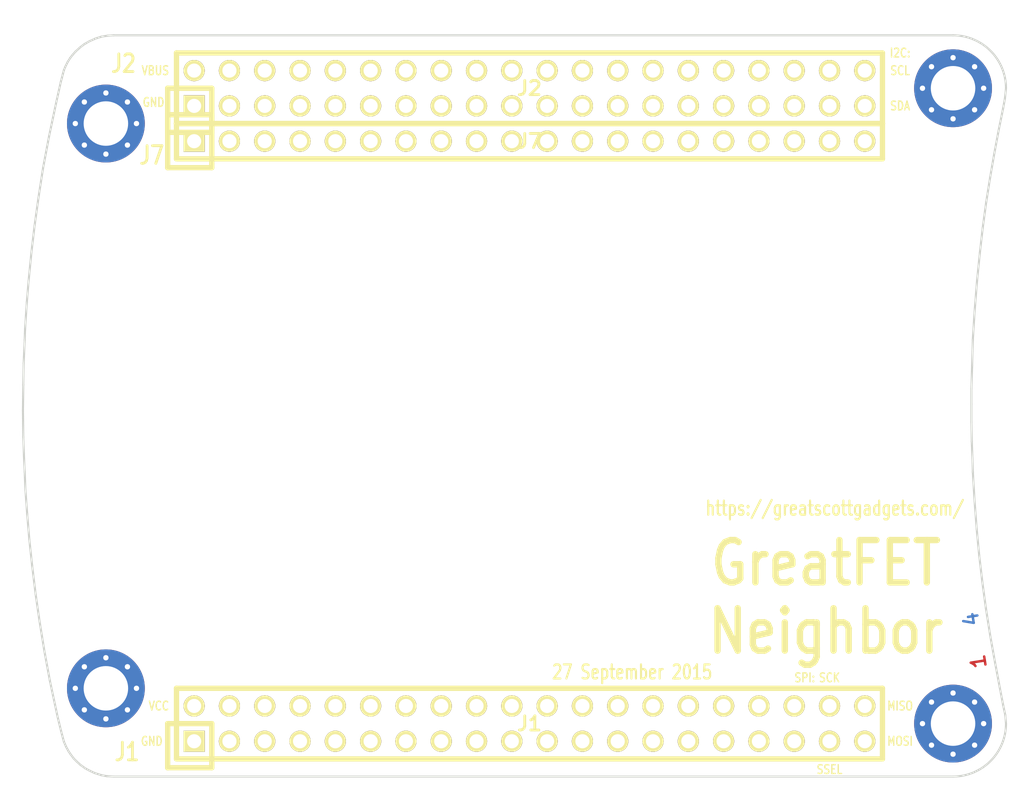
<source format=kicad_pcb>
(kicad_pcb (version 20221018) (generator pcbnew)
  (layers (0 "F.Cu" signal) (1 "In1.Cu" power "C2.Cu") (2 "In2.Cu" power "C3.Cu") (31 "B.Cu" signal) (34 "B.Paste" user) (35 "F.Paste" user) (36 "B.SilkS" user "B.Silkscreen") (37 "F.SilkS" user "F.Silkscreen") (38 "B.Mask" user) (39 "F.Mask" user) (44 "Edge.Cuts" user))
  (net 0 "")
  (net 1 "GND")
  (net 2 "VCC")
  (net 3 "/VBUS")
  (footprint "gsg-modules:HEADER-2x20" (layer "F.Cu") (at 146.05 118.11)
    (fp_text reference "J1" (at 0 0) (layer "F.SilkS") (effects (font (size 1.016 1.016) (thickness 0.2032))))
    (fp_text value "NEIGHBOR1" hide)
    (fp_line (start -26.035 0) (end -26.035 3.175) (stroke (width 0.381)) (layer "F.SilkS"))
    (fp_line (start -26.035 3.175) (end -22.86 3.175) (stroke (width 0.381)) (layer "F.SilkS"))
    (fp_line (start -25.4 -2.54) (end 25.4 -2.54) (stroke (width 0.381)) (layer "F.SilkS"))
    (fp_line (start -25.4 2.54) (end -25.4 -2.54) (stroke (width 0.381)) (layer "F.SilkS"))
    (fp_line (start -22.86 0) (end -26.035 0) (stroke (width 0.381)) (layer "F.SilkS"))
    (fp_line (start -22.86 3.175) (end -22.86 0) (stroke (width 0.381)) (layer "F.SilkS"))
    (fp_line (start 25.4 -2.54) (end 25.4 2.54) (stroke (width 0.381)) (layer "F.SilkS"))
    (fp_line (start 25.4 2.54) (end -25.4 2.54) (stroke (width 0.381)) (layer "F.SilkS"))
    (pad "1" thru_hole rect (at -24.13 1.27) (size 1.524 1.524) (drill 1.016) (layers "*.Cu" "*.Mask" "F.SilkS") (net 1 "GND"))
    (pad "2" thru_hole circle (at -24.13 -1.27) (size 1.524 1.524) (drill 1.016) (layers "*.Cu" "*.Mask" "F.SilkS") (net 2 "VCC"))
    (pad "3" thru_hole circle (at -21.59 1.27) (size 1.524 1.524) (drill 1.016) (layers "*.Cu" "*.Mask" "F.SilkS"))
    (pad "4" thru_hole circle (at -21.59 -1.27) (size 1.524 1.524) (drill 1.016) (layers "*.Cu" "*.Mask" "F.SilkS"))
    (pad "5" thru_hole circle (at -19.05 1.27) (size 1.524 1.524) (drill 1.016) (layers "*.Cu" "*.Mask" "F.SilkS"))
    (pad "6" thru_hole circle (at -19.05 -1.27) (size 1.524 1.524) (drill 1.016) (layers "*.Cu" "*.Mask" "F.SilkS"))
    (pad "7" thru_hole circle (at -16.51 1.27) (size 1.524 1.524) (drill 1.016) (layers "*.Cu" "*.Mask" "F.SilkS"))
    (pad "8" thru_hole circle (at -16.51 -1.27) (size 1.524 1.524) (drill 1.016) (layers "*.Cu" "*.Mask" "F.SilkS"))
    (pad "9" thru_hole circle (at -13.97 1.27) (size 1.524 1.524) (drill 1.016) (layers "*.Cu" "*.Mask" "F.SilkS"))
    (pad "10" thru_hole circle (at -13.97 -1.27) (size 1.524 1.524) (drill 1.016) (layers "*.Cu" "*.Mask" "F.SilkS"))
    (pad "11" thru_hole circle (at -11.43 1.27) (size 1.524 1.524) (drill 1.016) (layers "*.Cu" "*.Mask" "F.SilkS"))
    (pad "12" thru_hole circle (at -11.43 -1.27) (size 1.524 1.524) (drill 1.016) (layers "*.Cu" "*.Mask" "F.SilkS"))
    (pad "13" thru_hole circle (at -8.89 1.27) (size 1.524 1.524) (drill 1.016) (layers "*.Cu" "*.Mask" "F.SilkS"))
    (pad "14" thru_hole circle (at -8.89 -1.27) (size 1.524 1.524) (drill 1.016) (layers "*.Cu" "*.Mask" "F.SilkS"))
    (pad "15" thru_hole circle (at -6.35 1.27) (size 1.524 1.524) (drill 1.016) (layers "*.Cu" "*.Mask" "F.SilkS"))
    (pad "16" thru_hole circle (at -6.35 -1.27) (size 1.524 1.524) (drill 1.016) (layers "*.Cu" "*.Mask" "F.SilkS"))
    (pad "17" thru_hole circle (at -3.81 1.27) (size 1.524 1.524) (drill 1.016) (layers "*.Cu" "*.Mask" "F.SilkS"))
    (pad "18" thru_hole circle (at -3.81 -1.27) (size 1.524 1.524) (drill 1.016) (layers "*.Cu" "*.Mask" "F.SilkS"))
    (pad "19" thru_hole circle (at -1.27 1.27) (size 1.524 1.524) (drill 1.016) (layers "*.Cu" "*.Mask" "F.SilkS"))
    (pad "20" thru_hole circle (at -1.27 -1.27) (size 1.524 1.524) (drill 1.016) (layers "*.Cu" "*.Mask" "F.SilkS"))
    (pad "21" thru_hole circle (at 1.27 1.27) (size 1.524 1.524) (drill 1.016) (layers "*.Cu" "*.Mask" "F.SilkS"))
    (pad "22" thru_hole circle (at 1.27 -1.27) (size 1.524 1.524) (drill 1.016) (layers "*.Cu" "*.Mask" "F.SilkS"))
    (pad "23" thru_hole circle (at 3.81 1.27) (size 1.524 1.524) (drill 1.016) (layers "*.Cu" "*.Mask" "F.SilkS"))
    (pad "24" thru_hole circle (at 3.81 -1.27) (size 1.524 1.524) (drill 1.016) (layers "*.Cu" "*.Mask" "F.SilkS"))
    (pad "25" thru_hole circle (at 6.35 1.27) (size 1.524 1.524) (drill 1.016) (layers "*.Cu" "*.Mask" "F.SilkS"))
    (pad "26" thru_hole circle (at 6.35 -1.27) (size 1.524 1.524) (drill 1.016) (layers "*.Cu" "*.Mask" "F.SilkS"))
    (pad "27" thru_hole circle (at 8.89 1.27) (size 1.524 1.524) (drill 1.016) (layers "*.Cu" "*.Mask" "F.SilkS"))
    (pad "28" thru_hole circle (at 8.89 -1.27) (size 1.524 1.524) (drill 1.016) (layers "*.Cu" "*.Mask" "F.SilkS"))
    (pad "29" thru_hole circle (at 11.43 1.27) (size 1.524 1.524) (drill 1.016) (layers "*.Cu" "*.Mask" "F.SilkS"))
    (pad "30" thru_hole circle (at 11.43 -1.27) (size 1.524 1.524) (drill 1.016) (layers "*.Cu" "*.Mask" "F.SilkS"))
    (pad "31" thru_hole circle (at 13.97 1.27) (size 1.524 1.524) (drill 1.016) (layers "*.Cu" "*.Mask" "F.SilkS"))
    (pad "32" thru_hole circle (at 13.97 -1.27) (size 1.524 1.524) (drill 1.016) (layers "*.Cu" "*.Mask" "F.SilkS"))
    (pad "33" thru_hole circle (at 16.51 1.27) (size 1.524 1.524) (drill 1.016) (layers "*.Cu" "*.Mask" "F.SilkS"))
    (pad "34" thru_hole circle (at 16.51 -1.27) (size 1.524 1.524) (drill 1.016) (layers "*.Cu" "*.Mask" "F.SilkS"))
    (pad "35" thru_hole circle (at 19.05 1.27) (size 1.524 1.524) (drill 1.016) (layers "*.Cu" "*.Mask" "F.SilkS"))
    (pad "36" thru_hole circle (at 19.05 -1.27) (size 1.524 1.524) (drill 1.016) (layers "*.Cu" "*.Mask" "F.SilkS"))
    (pad "37" thru_hole circle (at 21.59 1.27) (size 1.524 1.524) (drill 1.016) (layers "*.Cu" "*.Mask" "F.SilkS"))
    (pad "38" thru_hole circle (at 21.59 -1.27) (size 1.524 1.524) (drill 1.016) (layers "*.Cu" "*.Mask" "F.SilkS"))
    (pad "39" thru_hole circle (at 24.13 1.27) (size 1.524 1.524) (drill 1.016) (layers "*.Cu" "*.Mask" "F.SilkS"))
    (pad "40" thru_hole circle (at 24.13 -1.27) (size 1.524 1.524) (drill 1.016) (layers "*.Cu" "*.Mask" "F.SilkS"))
  )
  (footprint "gsg-modules:HEADER-2x20" (layer "F.Cu") (at 146.05 72.39)
    (fp_text reference "J2" (at 0 0) (layer "F.SilkS") (effects (font (size 1.016 1.016) (thickness 0.2032))))
    (fp_text value "NEIGHBOR2" hide)
    (fp_line (start -26.035 0) (end -26.035 3.175) (stroke (width 0.381)) (layer "F.SilkS"))
    (fp_line (start -26.035 3.175) (end -22.86 3.175) (stroke (width 0.381)) (layer "F.SilkS"))
    (fp_line (start -25.4 -2.54) (end 25.4 -2.54) (stroke (width 0.381)) (layer "F.SilkS"))
    (fp_line (start -25.4 2.54) (end -25.4 -2.54) (stroke (width 0.381)) (layer "F.SilkS"))
    (fp_line (start -22.86 0) (end -26.035 0) (stroke (width 0.381)) (layer "F.SilkS"))
    (fp_line (start -22.86 3.175) (end -22.86 0) (stroke (width 0.381)) (layer "F.SilkS"))
    (fp_line (start 25.4 -2.54) (end 25.4 2.54) (stroke (width 0.381)) (layer "F.SilkS"))
    (fp_line (start 25.4 2.54) (end -25.4 2.54) (stroke (width 0.381)) (layer "F.SilkS"))
    (pad "1" thru_hole rect (at -24.13 1.27) (size 1.524 1.524) (drill 1.016) (layers "*.Cu" "*.Mask" "F.SilkS") (net 1 "GND"))
    (pad "2" thru_hole circle (at -24.13 -1.27) (size 1.524 1.524) (drill 1.016) (layers "*.Cu" "*.Mask" "F.SilkS") (net 3 "/VBUS"))
    (pad "3" thru_hole circle (at -21.59 1.27) (size 1.524 1.524) (drill 1.016) (layers "*.Cu" "*.Mask" "F.SilkS"))
    (pad "4" thru_hole circle (at -21.59 -1.27) (size 1.524 1.524) (drill 1.016) (layers "*.Cu" "*.Mask" "F.SilkS"))
    (pad "5" thru_hole circle (at -19.05 1.27) (size 1.524 1.524) (drill 1.016) (layers "*.Cu" "*.Mask" "F.SilkS"))
    (pad "6" thru_hole circle (at -19.05 -1.27) (size 1.524 1.524) (drill 1.016) (layers "*.Cu" "*.Mask" "F.SilkS"))
    (pad "7" thru_hole circle (at -16.51 1.27) (size 1.524 1.524) (drill 1.016) (layers "*.Cu" "*.Mask" "F.SilkS"))
    (pad "8" thru_hole circle (at -16.51 -1.27) (size 1.524 1.524) (drill 1.016) (layers "*.Cu" "*.Mask" "F.SilkS"))
    (pad "9" thru_hole circle (at -13.97 1.27) (size 1.524 1.524) (drill 1.016) (layers "*.Cu" "*.Mask" "F.SilkS"))
    (pad "10" thru_hole circle (at -13.97 -1.27) (size 1.524 1.524) (drill 1.016) (layers "*.Cu" "*.Mask" "F.SilkS"))
    (pad "11" thru_hole circle (at -11.43 1.27) (size 1.524 1.524) (drill 1.016) (layers "*.Cu" "*.Mask" "F.SilkS"))
    (pad "12" thru_hole circle (at -11.43 -1.27) (size 1.524 1.524) (drill 1.016) (layers "*.Cu" "*.Mask" "F.SilkS"))
    (pad "13" thru_hole circle (at -8.89 1.27) (size 1.524 1.524) (drill 1.016) (layers "*.Cu" "*.Mask" "F.SilkS"))
    (pad "14" thru_hole circle (at -8.89 -1.27) (size 1.524 1.524) (drill 1.016) (layers "*.Cu" "*.Mask" "F.SilkS"))
    (pad "15" thru_hole circle (at -6.35 1.27) (size 1.524 1.524) (drill 1.016) (layers "*.Cu" "*.Mask" "F.SilkS"))
    (pad "16" thru_hole circle (at -6.35 -1.27) (size 1.524 1.524) (drill 1.016) (layers "*.Cu" "*.Mask" "F.SilkS"))
    (pad "17" thru_hole circle (at -3.81 1.27) (size 1.524 1.524) (drill 1.016) (layers "*.Cu" "*.Mask" "F.SilkS"))
    (pad "18" thru_hole circle (at -3.81 -1.27) (size 1.524 1.524) (drill 1.016) (layers "*.Cu" "*.Mask" "F.SilkS"))
    (pad "19" thru_hole circle (at -1.27 1.27) (size 1.524 1.524) (drill 1.016) (layers "*.Cu" "*.Mask" "F.SilkS"))
    (pad "20" thru_hole circle (at -1.27 -1.27) (size 1.524 1.524) (drill 1.016) (layers "*.Cu" "*.Mask" "F.SilkS"))
    (pad "21" thru_hole circle (at 1.27 1.27) (size 1.524 1.524) (drill 1.016) (layers "*.Cu" "*.Mask" "F.SilkS"))
    (pad "22" thru_hole circle (at 1.27 -1.27) (size 1.524 1.524) (drill 1.016) (layers "*.Cu" "*.Mask" "F.SilkS"))
    (pad "23" thru_hole circle (at 3.81 1.27) (size 1.524 1.524) (drill 1.016) (layers "*.Cu" "*.Mask" "F.SilkS"))
    (pad "24" thru_hole circle (at 3.81 -1.27) (size 1.524 1.524) (drill 1.016) (layers "*.Cu" "*.Mask" "F.SilkS"))
    (pad "25" thru_hole circle (at 6.35 1.27) (size 1.524 1.524) (drill 1.016) (layers "*.Cu" "*.Mask" "F.SilkS"))
    (pad "26" thru_hole circle (at 6.35 -1.27) (size 1.524 1.524) (drill 1.016) (layers "*.Cu" "*.Mask" "F.SilkS"))
    (pad "27" thru_hole circle (at 8.89 1.27) (size 1.524 1.524) (drill 1.016) (layers "*.Cu" "*.Mask" "F.SilkS"))
    (pad "28" thru_hole circle (at 8.89 -1.27) (size 1.524 1.524) (drill 1.016) (layers "*.Cu" "*.Mask" "F.SilkS"))
    (pad "29" thru_hole circle (at 11.43 1.27) (size 1.524 1.524) (drill 1.016) (layers "*.Cu" "*.Mask" "F.SilkS"))
    (pad "30" thru_hole circle (at 11.43 -1.27) (size 1.524 1.524) (drill 1.016) (layers "*.Cu" "*.Mask" "F.SilkS"))
    (pad "31" thru_hole circle (at 13.97 1.27) (size 1.524 1.524) (drill 1.016) (layers "*.Cu" "*.Mask" "F.SilkS"))
    (pad "32" thru_hole circle (at 13.97 -1.27) (size 1.524 1.524) (drill 1.016) (layers "*.Cu" "*.Mask" "F.SilkS"))
    (pad "33" thru_hole circle (at 16.51 1.27) (size 1.524 1.524) (drill 1.016) (layers "*.Cu" "*.Mask" "F.SilkS"))
    (pad "34" thru_hole circle (at 16.51 -1.27) (size 1.524 1.524) (drill 1.016) (layers "*.Cu" "*.Mask" "F.SilkS"))
    (pad "35" thru_hole circle (at 19.05 1.27) (size 1.524 1.524) (drill 1.016) (layers "*.Cu" "*.Mask" "F.SilkS"))
    (pad "36" thru_hole circle (at 19.05 -1.27) (size 1.524 1.524) (drill 1.016) (layers "*.Cu" "*.Mask" "F.SilkS"))
    (pad "37" thru_hole circle (at 21.59 1.27) (size 1.524 1.524) (drill 1.016) (layers "*.Cu" "*.Mask" "F.SilkS"))
    (pad "38" thru_hole circle (at 21.59 -1.27) (size 1.524 1.524) (drill 1.016) (layers "*.Cu" "*.Mask" "F.SilkS"))
    (pad "39" thru_hole circle (at 24.13 1.27) (size 1.524 1.524) (drill 1.016) (layers "*.Cu" "*.Mask" "F.SilkS"))
    (pad "40" thru_hole circle (at 24.13 -1.27) (size 1.524 1.524) (drill 1.016) (layers "*.Cu" "*.Mask" "F.SilkS"))
  )
  (footprint "gsg-modules:HEADER-1x20" (layer "F.Cu") (at 146.05 76.2)
    (fp_text reference "J7" (at 0 0) (layer "F.SilkS") (effects (font (size 1.016 1.016) (thickness 0.2032))))
    (fp_text value "BONUS_ROW" hide)
    (fp_line (start -26.035 -1.905) (end -26.035 1.905) (stroke (width 0.381)) (layer "F.SilkS"))
    (fp_line (start -26.035 1.905) (end -22.86 1.905) (stroke (width 0.381)) (layer "F.SilkS"))
    (fp_line (start -25.4 -1.27) (end -25.4 1.27) (stroke (width 0.381)) (layer "F.SilkS"))
    (fp_line (start -25.4 1.27) (end 25.4 1.27) (stroke (width 0.381)) (layer "F.SilkS"))
    (fp_line (start -22.86 -1.905) (end -26.035 -1.905) (stroke (width 0.381)) (layer "F.SilkS"))
    (fp_line (start -22.86 1.905) (end -22.86 -1.905) (stroke (width 0.381)) (layer "F.SilkS"))
    (fp_line (start 25.4 -1.27) (end -25.4 -1.27) (stroke (width 0.381)) (layer "F.SilkS"))
    (fp_line (start 25.4 1.27) (end 25.4 -1.27) (stroke (width 0.381)) (layer "F.SilkS"))
    (pad "1" thru_hole rect (at -24.13 0) (size 1.524 1.524) (drill 1.016) (layers "*.Cu" "*.Mask" "F.SilkS") (net 1 "GND"))
    (pad "2" thru_hole circle (at -21.59 0) (size 1.524 1.524) (drill 1.016) (layers "*.Cu" "*.Mask" "F.SilkS"))
    (pad "3" thru_hole circle (at -19.05 0) (size 1.524 1.524) (drill 1.016) (layers "*.Cu" "*.Mask" "F.SilkS"))
    (pad "4" thru_hole circle (at -16.51 0) (size 1.524 1.524) (drill 1.016) (layers "*.Cu" "*.Mask" "F.SilkS"))
    (pad "5" thru_hole circle (at -13.97 0) (size 1.524 1.524) (drill 1.016) (layers "*.Cu" "*.Mask" "F.SilkS"))
    (pad "6" thru_hole circle (at -11.43 0) (size 1.524 1.524) (drill 1.016) (layers "*.Cu" "*.Mask" "F.SilkS"))
    (pad "7" thru_hole circle (at -8.89 0) (size 1.524 1.524) (drill 1.016) (layers "*.Cu" "*.Mask" "F.SilkS"))
    (pad "8" thru_hole circle (at -6.35 0) (size 1.524 1.524) (drill 1.016) (layers "*.Cu" "*.Mask" "F.SilkS"))
    (pad "9" thru_hole circle (at -3.81 0) (size 1.524 1.524) (drill 1.016) (layers "*.Cu" "*.Mask" "F.SilkS"))
    (pad "10" thru_hole circle (at -1.27 0) (size 1.524 1.524) (drill 1.016) (layers "*.Cu" "*.Mask" "F.SilkS") (net 1 "GND"))
    (pad "11" thru_hole circle (at 1.27 0) (size 1.524 1.524) (drill 1.016) (layers "*.Cu" "*.Mask" "F.SilkS"))
    (pad "12" thru_hole circle (at 3.81 0) (size 1.524 1.524) (drill 1.016) (layers "*.Cu" "*.Mask" "F.SilkS"))
    (pad "13" thru_hole circle (at 6.35 0) (size 1.524 1.524) (drill 1.016) (layers "*.Cu" "*.Mask" "F.SilkS"))
    (pad "14" thru_hole circle (at 8.89 0) (size 1.524 1.524) (drill 1.016) (layers "*.Cu" "*.Mask" "F.SilkS"))
    (pad "15" thru_hole circle (at 11.43 0) (size 1.524 1.524) (drill 1.016) (layers "*.Cu" "*.Mask" "F.SilkS"))
    (pad "16" thru_hole circle (at 13.97 0) (size 1.524 1.524) (drill 1.016) (layers "*.Cu" "*.Mask" "F.SilkS"))
    (pad "17" thru_hole circle (at 16.51 0) (size 1.524 1.524) (drill 1.016) (layers "*.Cu" "*.Mask" "F.SilkS"))
    (pad "18" thru_hole circle (at 19.05 0) (size 1.524 1.524) (drill 1.016) (layers "*.Cu" "*.Mask" "F.SilkS"))
    (pad "19" thru_hole circle (at 21.59 0) (size 1.524 1.524) (drill 1.016) (layers "*.Cu" "*.Mask" "F.SilkS") (net 1 "GND"))
    (pad "20" thru_hole circle (at 24.13 0) (size 1.524 1.524) (drill 1.016) (layers "*.Cu" "*.Mask" "F.SilkS") (net 2 "VCC"))
  )
  (footprint "gsg-modules:HOLE126MIL-COPPER" (layer "F.Cu") (at 115.57 74.93)
    (fp_text reference "MH1" hide)
    (fp_text value "MOUNTING_HOLE" hide)
    (pad "1" thru_hole circle (at -2.2 0) (size 0.6 0.6) (drill 0.381) (layers "*.Cu" "*.Mask") (net 1 "GND"))
    (pad "1" thru_hole circle (at -1.55 -1.55) (size 0.6 0.6) (drill 0.381) (layers "*.Cu" "*.Mask") (net 1 "GND"))
    (pad "1" thru_hole circle (at -1.55 1.55) (size 0.6 0.6) (drill 0.381) (layers "*.Cu" "*.Mask") (net 1 "GND"))
    (pad "1" thru_hole circle (at 0 -2.2) (size 0.6 0.6) (drill 0.381) (layers "*.Cu" "*.Mask") (net 1 "GND"))
    (pad "1" thru_hole circle (at 0 0) (size 5.6 5.6) (drill 3.2004) (layers "*.Cu" "*.Mask") (net 1 "GND"))
    (pad "1" thru_hole circle (at 0 2.2) (size 0.6 0.6) (drill 0.381) (layers "*.Cu" "*.Mask") (net 1 "GND"))
    (pad "1" thru_hole circle (at 1.55 -1.55) (size 0.6 0.6) (drill 0.381) (layers "*.Cu" "*.Mask") (net 1 "GND"))
    (pad "1" thru_hole circle (at 1.55 1.55) (size 0.6 0.6) (drill 0.381) (layers "*.Cu" "*.Mask") (net 1 "GND"))
    (pad "1" thru_hole circle (at 2.2 0) (size 0.6 0.6) (drill 0.381) (layers "*.Cu" "*.Mask") (net 1 "GND"))
  )
  (footprint "gsg-modules:HOLE126MIL-COPPER" (layer "F.Cu") (at 115.57 115.57)
    (fp_text reference "MH2" hide)
    (fp_text value "MOUNTING_HOLE" hide)
    (pad "1" thru_hole circle (at -2.2 0) (size 0.6 0.6) (drill 0.381) (layers "*.Cu" "*.Mask") (net 1 "GND"))
    (pad "1" thru_hole circle (at -1.55 -1.55) (size 0.6 0.6) (drill 0.381) (layers "*.Cu" "*.Mask") (net 1 "GND"))
    (pad "1" thru_hole circle (at -1.55 1.55) (size 0.6 0.6) (drill 0.381) (layers "*.Cu" "*.Mask") (net 1 "GND"))
    (pad "1" thru_hole circle (at 0 -2.2) (size 0.6 0.6) (drill 0.381) (layers "*.Cu" "*.Mask") (net 1 "GND"))
    (pad "1" thru_hole circle (at 0 0) (size 5.6 5.6) (drill 3.2004) (layers "*.Cu" "*.Mask") (net 1 "GND"))
    (pad "1" thru_hole circle (at 0 2.2) (size 0.6 0.6) (drill 0.381) (layers "*.Cu" "*.Mask") (net 1 "GND"))
    (pad "1" thru_hole circle (at 1.55 -1.55) (size 0.6 0.6) (drill 0.381) (layers "*.Cu" "*.Mask") (net 1 "GND"))
    (pad "1" thru_hole circle (at 1.55 1.55) (size 0.6 0.6) (drill 0.381) (layers "*.Cu" "*.Mask") (net 1 "GND"))
    (pad "1" thru_hole circle (at 2.2 0) (size 0.6 0.6) (drill 0.381) (layers "*.Cu" "*.Mask") (net 1 "GND"))
  )
  (footprint "gsg-modules:HOLE126MIL-COPPER" (layer "F.Cu") (at 176.53 118.11)
    (fp_text reference "MH3" hide)
    (fp_text value "MOUNTING_HOLE" hide)
    (pad "1" thru_hole circle (at -2.2 0) (size 0.6 0.6) (drill 0.381) (layers "*.Cu" "*.Mask") (net 1 "GND"))
    (pad "1" thru_hole circle (at -1.55 -1.55) (size 0.6 0.6) (drill 0.381) (layers "*.Cu" "*.Mask") (net 1 "GND"))
    (pad "1" thru_hole circle (at -1.55 1.55) (size 0.6 0.6) (drill 0.381) (layers "*.Cu" "*.Mask") (net 1 "GND"))
    (pad "1" thru_hole circle (at 0 -2.2) (size 0.6 0.6) (drill 0.381) (layers "*.Cu" "*.Mask") (net 1 "GND"))
    (pad "1" thru_hole circle (at 0 0) (size 5.6 5.6) (drill 3.2004) (layers "*.Cu" "*.Mask") (net 1 "GND"))
    (pad "1" thru_hole circle (at 0 2.2) (size 0.6 0.6) (drill 0.381) (layers "*.Cu" "*.Mask") (net 1 "GND"))
    (pad "1" thru_hole circle (at 1.55 -1.55) (size 0.6 0.6) (drill 0.381) (layers "*.Cu" "*.Mask") (net 1 "GND"))
    (pad "1" thru_hole circle (at 1.55 1.55) (size 0.6 0.6) (drill 0.381) (layers "*.Cu" "*.Mask") (net 1 "GND"))
    (pad "1" thru_hole circle (at 2.2 0) (size 0.6 0.6) (drill 0.381) (layers "*.Cu" "*.Mask") (net 1 "GND"))
  )
  (footprint "gsg-modules:HOLE126MIL-COPPER" (layer "F.Cu") (at 176.53 72.39)
    (fp_text reference "MH4" hide)
    (fp_text value "MOUNTING_HOLE" hide)
    (pad "1" thru_hole circle (at -2.2 0) (size 0.6 0.6) (drill 0.381) (layers "*.Cu" "*.Mask") (net 1 "GND"))
    (pad "1" thru_hole circle (at -1.55 -1.55) (size 0.6 0.6) (drill 0.381) (layers "*.Cu" "*.Mask") (net 1 "GND"))
    (pad "1" thru_hole circle (at -1.55 1.55) (size 0.6 0.6) (drill 0.381) (layers "*.Cu" "*.Mask") (net 1 "GND"))
    (pad "1" thru_hole circle (at 0 -2.2) (size 0.6 0.6) (drill 0.381) (layers "*.Cu" "*.Mask") (net 1 "GND"))
    (pad "1" thru_hole circle (at 0 0) (size 5.6 5.6) (drill 3.2004) (layers "*.Cu" "*.Mask") (net 1 "GND"))
    (pad "1" thru_hole circle (at 0 2.2) (size 0.6 0.6) (drill 0.381) (layers "*.Cu" "*.Mask") (net 1 "GND"))
    (pad "1" thru_hole circle (at 1.55 -1.55) (size 0.6 0.6) (drill 0.381) (layers "*.Cu" "*.Mask") (net 1 "GND"))
    (pad "1" thru_hole circle (at 1.55 1.55) (size 0.6 0.6) (drill 0.381) (layers "*.Cu" "*.Mask") (net 1 "GND"))
    (pad "1" thru_hole circle (at 2.2 0) (size 0.6 0.6) (drill 0.381) (layers "*.Cu" "*.Mask") (net 1 "GND"))
  )
  (gr_line (start 115.697 68.6054) (end 115.2398 68.6816) (stroke (width 0.15)) (layer "Edge.Cuts"))
  (gr_line (start 113.6904 69.469) (end 113.3856 69.7484) (stroke (width 0.15)) (layer "Edge.Cuts"))
  (gr_line (start 112.0902 117.602) (end 111.5314 114.9858) (stroke (width 0.15)) (layer "Edge.Cuts"))
  (gr_line (start 109.601 95.5802) (end 109.6264 97.4852) (stroke (width 0.15)) (layer "Edge.Cuts"))
  (gr_line (start 115.2398 121.8184) (end 114.7572 121.666) (stroke (width 0.15)) (layer "Edge.Cuts"))
  (gr_line (start 114.3762 121.4882) (end 114.0968 121.3358) (stroke (width 0.15)) (layer "Edge.Cuts"))
  (gr_line (start 115.2398 68.6816) (end 114.8334 68.8086) (stroke (width 0.15)) (layer "Edge.Cuts"))
  (gr_line (start 112.014 73.3298) (end 111.4806 75.8444) (stroke (width 0.15)) (layer "Edge.Cuts"))
  (gr_line (start 180.2638 73.1266) (end 180.34 72.39) (stroke (width 0.15)) (layer "Edge.Cuts"))
  (gr_line (start 109.6518 92.1766) (end 109.6264 93.726) (stroke (width 0.15)) (layer "Edge.Cuts"))
  (gr_line (start 113.7412 121.0818) (end 113.4872 120.8532) (stroke (width 0.15)) (layer "Edge.Cuts"))
  (gr_line (start 113.2586 120.6246) (end 113.03 120.3198) (stroke (width 0.15)) (layer "Edge.Cuts"))
  (gr_line (start 177.8508 96.393) (end 177.8762 97.79) (stroke (width 0.15)) (layer "Edge.Cuts"))
  (gr_line (start 111.1504 112.9284) (end 110.7948 110.744) (stroke (width 0.15)) (layer "Edge.Cuts"))
  (gr_arc (start 180.34 118.11) (mid 179.224077 120.804077) (end 176.53 121.92) (stroke (width 0.15)) (layer "Edge.Cuts"))
  (gr_line (start 110.0074 86.2584) (end 109.8804 87.7824) (stroke (width 0.15)) (layer "Edge.Cuts"))
  (gr_line (start 109.6264 97.4852) (end 109.6772 98.933) (stroke (width 0.15)) (layer "Edge.Cuts"))
  (gr_line (start 179.5018 77.0636) (end 179.8066 75.438) (stroke (width 0.15)) (layer "Edge.Cuts"))
  (gr_line (start 112.8776 120.0912) (end 112.6998 119.761) (stroke (width 0.15)) (layer "Edge.Cuts"))
  (gr_line (start 110.0582 104.8512) (end 109.9058 103.0224) (stroke (width 0.15)) (layer "Edge.Cuts"))
  (gr_line (start 177.8508 94.0054) (end 177.8508 95.123) (stroke (width 0.15)) (layer "Edge.Cuts"))
  (gr_line (start 110.2106 84.201) (end 110.0074 86.2584) (stroke (width 0.15)) (layer "Edge.Cuts"))
  (gr_line (start 114.0206 69.215) (end 113.6904 69.469) (stroke (width 0.15)) (layer "Edge.Cuts"))
  (gr_line (start 110.7186 80.264) (end 110.4392 82.2706) (stroke (width 0.15)) (layer "Edge.Cuts"))
  (gr_line (start 180.1368 116.7892) (end 180.2892 117.5004) (stroke (width 0.15)) (layer "Edge.Cuts"))
  (gr_line (start 177.8762 97.79) (end 177.927 99.0346) (stroke (width 0.15)) (layer "Edge.Cuts"))
  (gr_line (start 177.9524 99.9998) (end 178.0794 102.108) (stroke (width 0.15)) (layer "Edge.Cuts"))
  (gr_line (start 112.8268 70.485) (end 112.649 70.8406) (stroke (width 0.15)) (layer "Edge.Cuts"))
  (gr_line (start 114.3762 69.0118) (end 114.0206 69.215) (stroke (width 0.15)) (layer "Edge.Cuts"))
  (gr_line (start 176.53 121.92) (end 116.1288 121.92) (stroke (width 0.15)) (layer "Edge.Cuts"))
  (gr_line (start 113.4872 120.8532) (end 113.2586 120.6246) (stroke (width 0.15)) (layer "Edge.Cuts"))
  (gr_line (start 179.8828 115.4684) (end 180.1368 116.7892) (stroke (width 0.15)) (layer "Edge.Cuts"))
  (gr_line (start 178.2572 86.233) (end 178.4604 84.2264) (stroke (width 0.15)) (layer "Edge.Cuts"))
  (gr_line (start 114.0968 121.3358) (end 113.7412 121.0818) (stroke (width 0.15)) (layer "Edge.Cuts"))
  (gr_line (start 113.0046 70.2056) (end 112.8268 70.485) (stroke (width 0.15)) (layer "Edge.Cuts"))
  (gr_line (start 177.8508 95.123) (end 177.8508 96.393) (stroke (width 0.15)) (layer "Edge.Cuts"))
  (gr_line (start 113.03 120.3198) (end 112.8776 120.0912) (stroke (width 0.15)) (layer "Edge.Cuts"))
  (gr_line (start 179.197 78.8162) (end 179.5018 77.0636) (stroke (width 0.15)) (layer "Edge.Cuts"))
  (gr_line (start 112.649 70.8406) (end 112.5474 71.0946) (stroke (width 0.15)) (layer "Edge.Cuts"))
  (gr_line (start 180.1368 73.8124) (end 180.2638 73.1266) (stroke (width 0.15)) (layer "Edge.Cuts"))
  (gr_line (start 112.5474 119.4054) (end 112.4458 119.0244) (stroke (width 0.15)) (layer "Edge.Cuts"))
  (gr_line (start 112.395 71.6788) (end 112.3188 71.9582) (stroke (width 0.15)) (layer "Edge.Cuts"))
  (gr_line (start 178.9176 80.5688) (end 179.197 78.8162) (stroke (width 0.15)) (layer "Edge.Cuts"))
  (gr_line (start 109.728 90.5002) (end 109.6518 92.1766) (stroke (width 0.15)) (layer "Edge.Cuts"))
  (gr_line (start 177.9016 92.3544) (end 177.8508 94.0054) (stroke (width 0.15)) (layer "Edge.Cuts"))
  (gr_line (start 113.3856 69.7484) (end 113.1824 69.977) (stroke (width 0.15)) (layer "Edge.Cuts"))
  (gr_line (start 112.3188 71.9582) (end 112.014 73.3298) (stroke (width 0.15)) (layer "Edge.Cuts"))
  (gr_line (start 112.4458 119.0244) (end 112.3442 118.6434) (stroke (width 0.15)) (layer "Edge.Cuts"))
  (gr_line (start 109.7788 101.2952) (end 109.728 99.9998) (stroke (width 0.15)) (layer "Edge.Cuts"))
  (gr_line (start 177.927 99.0346) (end 177.9524 99.9998) (stroke (width 0.15)) (layer "Edge.Cuts"))
  (gr_line (start 114.7572 121.666) (end 114.3762 121.4882) (stroke (width 0.15)) (layer "Edge.Cuts"))
  (gr_line (start 111.0488 78.1304) (end 110.7186 80.264) (stroke (width 0.15)) (layer "Edge.Cuts"))
  (gr_line (start 111.5314 114.9858) (end 111.1504 112.9284) (stroke (width 0.15)) (layer "Edge.Cuts"))
  (gr_line (start 179.5526 113.7158) (end 179.8828 115.4684) (stroke (width 0.15)) (layer "Edge.Cuts"))
  (gr_line (start 179.2224 111.887) (end 179.5526 113.7158) (stroke (width 0.15)) (layer "Edge.Cuts"))
  (gr_arc (start 176.53 68.58) (mid 179.224077 69.695923) (end 180.34 72.39) (stroke (width 0.15)) (layer "Edge.Cuts"))
  (gr_line (start 112.6998 119.761) (end 112.5474 119.4054) (stroke (width 0.15)) (layer "Edge.Cuts"))
  (gr_line (start 110.5154 108.8136) (end 110.2614 106.7308) (stroke (width 0.15)) (layer "Edge.Cuts"))
  (gr_line (start 116.1288 68.58) (end 176.53 68.58) (stroke (width 0.15)) (layer "Edge.Cuts"))
  (gr_line (start 110.2614 106.7308) (end 110.0582 104.8512) (stroke (width 0.15)) (layer "Edge.Cuts"))
  (gr_line (start 178.2318 104.1146) (end 178.4096 105.9942) (stroke (width 0.15)) (layer "Edge.Cuts"))
  (gr_line (start 109.7534 89.7128) (end 109.728 90.5002) (stroke (width 0.15)) (layer "Edge.Cuts"))
  (gr_line (start 178.0794 102.108) (end 178.2318 104.1146) (stroke (width 0.15)) (layer "Edge.Cuts"))
  (gr_line (start 177.9524 90.5002) (end 177.9016 92.3544) (stroke (width 0.15)) (layer "Edge.Cuts"))
  (gr_line (start 113.1824 69.977) (end 113.0046 70.2056) (stroke (width 0.15)) (layer "Edge.Cuts"))
  (gr_line (start 178.4096 105.9942) (end 178.6382 107.9246) (stroke (width 0.15)) (layer "Edge.Cuts"))
  (gr_line (start 109.8804 87.7824) (end 109.7534 89.7128) (stroke (width 0.15)) (layer "Edge.Cuts"))
  (gr_line (start 178.6382 107.9246) (end 178.8922 109.8042) (stroke (width 0.15)) (layer "Edge.Cuts"))
  (gr_line (start 112.5474 71.0946) (end 112.4712 71.374) (stroke (width 0.15)) (layer "Edge.Cuts"))
  (gr_line (start 110.4392 82.2706) (end 110.2106 84.201) (stroke (width 0.15)) (layer "Edge.Cuts"))
  (gr_line (start 112.4712 71.374) (end 112.395 71.6788) (stroke (width 0.15)) (layer "Edge.Cuts"))
  (gr_line (start 112.3442 118.6434) (end 112.0902 117.602) (stroke (width 0.15)) (layer "Edge.Cuts"))
  (gr_line (start 116.1288 68.58) (end 115.697 68.6054) (stroke (width 0.15)) (layer "Edge.Cuts"))
  (gr_line (start 178.6636 82.4484) (end 178.9176 80.5688) (stroke (width 0.15)) (layer "Edge.Cuts"))
  (gr_line (start 178.8922 109.8042) (end 179.2224 111.887) (stroke (width 0.15)) (layer "Edge.Cuts"))
  (gr_line (start 178.0794 88.4682) (end 178.2572 86.233) (stroke (width 0.15)) (layer "Edge.Cuts"))
  (gr_line (start 178.4604 84.2264) (end 178.6636 82.4484) (stroke (width 0.15)) (layer "Edge.Cuts"))
  (gr_line (start 110.7948 110.744) (end 110.5154 108.8136) (stroke (width 0.15)) (layer "Edge.Cuts"))
  (gr_line (start 111.4806 75.8444) (end 111.0488 78.1304) (stroke (width 0.15)) (layer "Edge.Cuts"))
  (gr_line (start 109.9058 103.0224) (end 109.7788 101.2952) (stroke (width 0.15)) (layer "Edge.Cuts"))
  (gr_line (start 109.6772 98.933) (end 109.728 99.9998) (stroke (width 0.15)) (layer "Edge.Cuts"))
  (gr_line (start 177.9524 90.5002) (end 178.0794 88.4682) (stroke (width 0.15)) (layer "Edge.Cuts"))
  (gr_line (start 114.8334 68.8086) (end 114.3762 69.0118) (stroke (width 0.15)) (layer "Edge.Cuts"))
  (gr_line (start 180.2892 117.5004) (end 180.34 118.11) (stroke (width 0.15)) (layer "Edge.Cuts"))
  (gr_line (start 109.6264 93.726) (end 109.601 95.5802) (stroke (width 0.15)) (layer "Edge.Cuts"))
  (gr_line (start 179.8066 75.438) (end 180.1368 73.8124) (stroke (width 0.15)) (layer "Edge.Cuts"))
  (gr_line (start 116.1288 121.92) (end 115.6462 121.8946) (stroke (width 0.15)) (layer "Edge.Cuts"))
  (gr_line (start 115.6462 121.8946) (end 115.2398 121.8184) (stroke (width 0.15)) (layer "Edge.Cuts"))
  (gr_text "1" (at 178.3588 113.6396 98.9) (layer "F.Cu") (effects (font (size 1.016 1.016) (thickness 0.1778))))
  (gr_text "4" (at 177.8508 110.5916 98.9) (layer "B.Cu") (effects (font (size 1.016 1.016) (thickness 0.1778))))
  (gr_text "J1" (at 117.094 120.142) (layer "F.SilkS") (effects (font (size 1.27 1.016) (thickness 0.2032))))
  (gr_text "J2" (at 116.84 70.612) (layer "F.SilkS") (effects (font (size 1.27 1.016) (thickness 0.2032))))
  (gr_text "J7" (at 118.872 77.216) (layer "F.SilkS") (effects (font (size 1.27 1.016) (thickness 0.2032))))
  (gr_text "MOSI" (at 172.72 119.38) (layer "F.SilkS") (effects (font (size 0.635 0.508) (thickness 0.1016))))
  (gr_text "MISO" (at 172.72 116.84) (layer "F.SilkS") (effects (font (size 0.635 0.508) (thickness 0.1016))))
  (gr_text "SSEL" (at 167.64 121.412) (layer "F.SilkS") (effects (font (size 0.635 0.508) (thickness 0.1016))))
  (gr_text "SCK" (at 167.64 114.808) (layer "F.SilkS") (effects (font (size 0.635 0.508) (thickness 0.1016))))
  (gr_text "SDA" (at 172.72 73.66) (layer "F.SilkS") (effects (font (size 0.635 0.508) (thickness 0.1016))))
  (gr_text "SCL" (at 172.72 71.12) (layer "F.SilkS") (effects (font (size 0.635 0.508) (thickness 0.1016))))
  (gr_text "I2C:" (at 172.72 69.85) (layer "F.SilkS") (effects (font (size 0.635 0.508) (thickness 0.1016))))
  (gr_text "SPI:" (at 165.862 114.808) (layer "F.SilkS") (effects (font (size 0.635 0.508) (thickness 0.1016))))
  (gr_text "GND" (at 118.872 119.38) (layer "F.SilkS") (effects (font (size 0.635 0.508) (thickness 0.1016))))
  (gr_text "VCC" (at 119.38 116.84) (layer "F.SilkS") (effects (font (size 0.635 0.508) (thickness 0.1016))))
  (gr_text "VBUS" (at 119.126 71.12) (layer "F.SilkS") (effects (font (size 0.635 0.508) (thickness 0.1016))))
  (gr_text "GND" (at 118.999 73.406) (layer "F.SilkS") (effects (font (size 0.635 0.508) (thickness 0.1016))))
  (gr_text "https://greatscottgadgets.com/" (at 168.021 102.616) (layer "F.SilkS") (effects (font (size 1.016 0.762) (thickness 0.1524))))
  (gr_text "27 September 2015" (at 153.4414 114.4016) (layer "F.SilkS") (effects (font (size 1.016 0.762) (thickness 0.1524))))
  (gr_text "GreatFET\nNeighbor" (at 167.386 109.0168) (layer "F.SilkS") (effects (font (size 3.048 2.54) (thickness 0.4572))))
)
</source>
